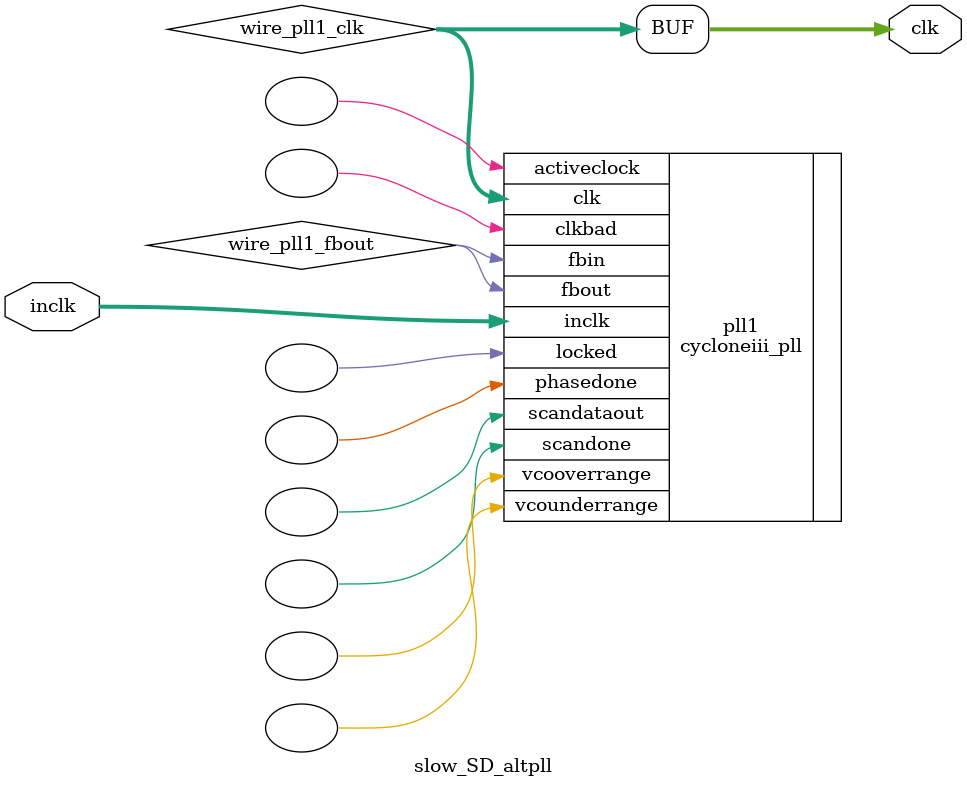
<source format=v>






//synthesis_resources = cycloneiii_pll 1 
//synopsys translate_off
`timescale 1 ps / 1 ps
//synopsys translate_on
module  slow_SD_altpll
	( 
	clk,
	inclk) /* synthesis synthesis_clearbox=1 */;
	output   [4:0]  clk;
	input   [1:0]  inclk;
`ifndef ALTERA_RESERVED_QIS
// synopsys translate_off
`endif
	tri0   [1:0]  inclk;
`ifndef ALTERA_RESERVED_QIS
// synopsys translate_on
`endif

	wire  [4:0]   wire_pll1_clk;
	wire  wire_pll1_fbout;

	cycloneiii_pll   pll1
	( 
	.activeclock(),
	.clk(wire_pll1_clk),
	.clkbad(),
	.fbin(wire_pll1_fbout),
	.fbout(wire_pll1_fbout),
	.inclk(inclk),
	.locked(),
	.phasedone(),
	.scandataout(),
	.scandone(),
	.vcooverrange(),
	.vcounderrange()
	`ifndef FORMAL_VERIFICATION
	// synopsys translate_off
	`endif
	,
	.areset(1'b0),
	.clkswitch(1'b0),
	.configupdate(1'b0),
	.pfdena(1'b1),
	.phasecounterselect({3{1'b0}}),
	.phasestep(1'b0),
	.phaseupdown(1'b0),
	.scanclk(1'b0),
	.scanclkena(1'b1),
	.scandata(1'b0)
	`ifndef FORMAL_VERIFICATION
	// synopsys translate_on
	`endif
	);
	defparam
		pll1.bandwidth_type = "auto",
		pll1.clk0_divide_by = 125,
		pll1.clk0_duty_cycle = 50,
		pll1.clk0_multiply_by = 1,
		pll1.clk0_phase_shift = "0",
		pll1.compensate_clock = "clk0",
		pll1.inclk0_input_frequency = 20000,
		pll1.operation_mode = "normal",
		pll1.pll_type = "auto",
		pll1.lpm_type = "cycloneiii_pll";
	assign
		clk = {wire_pll1_clk[4:0]};
endmodule //slow_SD_altpll
//VALID FILE

</source>
